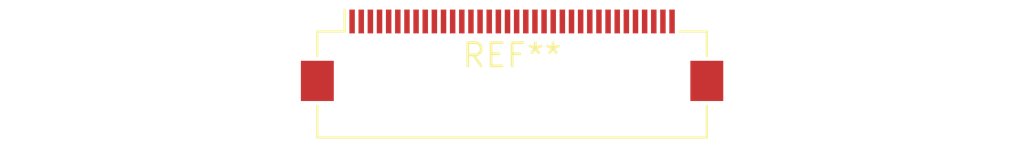
<source format=kicad_pcb>
(kicad_pcb (version 20240108) (generator pcbnew)
  (layers (0 "F.Cu" signal) (31 "B.Cu" signal) (34 "B.Paste" user) (35 "F.Paste" user) (36 "B.SilkS" user "B.Silkscreen") (37 "F.SilkS" user "F.Silkscreen") (38 "B.Mask" user) (39 "F.Mask" user) (44 "Edge.Cuts" user))
  (net 0 "")
  (footprint "Hirose_FH12-36S-0.5SH_1x36-1MP_P0.50mm_Horizontal" (layer "F.Cu") (at 0 0)
    (property "Reference" "REF**")
    (property "Value" "Hirose_FH12-36S-0.5SH_1x36-1MP_P0.50mm_Horizontal")
    (fp_line (start -10.65 -1.3) (end -10.65 0.04) (layer "F.SilkS") (stroke (width 0.12)))
    (fp_line (start -10.65 2.76) (end -10.65 4.5) (layer "F.SilkS") (stroke (width 0.12)))
    (fp_line (start -10.65 4.5) (end 10.65 4.5) (layer "F.SilkS") (stroke (width 0.12)))
    (fp_line (start -9.16 -1.3) (end -10.65 -1.3) (layer "F.SilkS") (stroke (width 0.12)))
    (fp_line (start -9.16 -1.3) (end -9.16 -2.5) (layer "F.SilkS") (stroke (width 0.12)))
    (fp_line (start 9.16 -1.3) (end 10.65 -1.3) (layer "F.SilkS") (stroke (width 0.12)))
    (fp_line (start 10.65 -1.3) (end 10.65 0.04) (layer "F.SilkS") (stroke (width 0.12)))
    (fp_line (start 10.65 4.5) (end 10.65 2.76) (layer "F.SilkS") (stroke (width 0.12)))
    (pad "1" smd rect (at -8.75 -1.85) (size 0.3 1.3) (layers "F.Cu" "F.Paste" "F.Mask"))
    (pad "2" smd rect (at -8.25 -1.85) (size 0.3 1.3) (layers "F.Cu" "F.Paste" "F.Mask"))
    (pad "3" smd rect (at -7.75 -1.85) (size 0.3 1.3) (layers "F.Cu" "F.Paste" "F.Mask"))
    (pad "4" smd rect (at -7.25 -1.85) (size 0.3 1.3) (layers "F.Cu" "F.Paste" "F.Mask"))
    (pad "5" smd rect (at -6.75 -1.85) (size 0.3 1.3) (layers "F.Cu" "F.Paste" "F.Mask"))
    (pad "6" smd rect (at -6.25 -1.85) (size 0.3 1.3) (layers "F.Cu" "F.Paste" "F.Mask"))
    (pad "7" smd rect (at -5.75 -1.85) (size 0.3 1.3) (layers "F.Cu" "F.Paste" "F.Mask"))
    (pad "8" smd rect (at -5.25 -1.85) (size 0.3 1.3) (layers "F.Cu" "F.Paste" "F.Mask"))
    (pad "9" smd rect (at -4.75 -1.85) (size 0.3 1.3) (layers "F.Cu" "F.Paste" "F.Mask"))
    (pad "10" smd rect (at -4.25 -1.85) (size 0.3 1.3) (layers "F.Cu" "F.Paste" "F.Mask"))
    (pad "11" smd rect (at -3.75 -1.85) (size 0.3 1.3) (layers "F.Cu" "F.Paste" "F.Mask"))
    (pad "12" smd rect (at -3.25 -1.85) (size 0.3 1.3) (layers "F.Cu" "F.Paste" "F.Mask"))
    (pad "13" smd rect (at -2.75 -1.85) (size 0.3 1.3) (layers "F.Cu" "F.Paste" "F.Mask"))
    (pad "14" smd rect (at -2.25 -1.85) (size 0.3 1.3) (layers "F.Cu" "F.Paste" "F.Mask"))
    (pad "15" smd rect (at -1.75 -1.85) (size 0.3 1.3) (layers "F.Cu" "F.Paste" "F.Mask"))
    (pad "16" smd rect (at -1.25 -1.85) (size 0.3 1.3) (layers "F.Cu" "F.Paste" "F.Mask"))
    (pad "17" smd rect (at -0.75 -1.85) (size 0.3 1.3) (layers "F.Cu" "F.Paste" "F.Mask"))
    (pad "18" smd rect (at -0.25 -1.85) (size 0.3 1.3) (layers "F.Cu" "F.Paste" "F.Mask"))
    (pad "19" smd rect (at 0.25 -1.85) (size 0.3 1.3) (layers "F.Cu" "F.Paste" "F.Mask"))
    (pad "20" smd rect (at 0.75 -1.85) (size 0.3 1.3) (layers "F.Cu" "F.Paste" "F.Mask"))
    (pad "21" smd rect (at 1.25 -1.85) (size 0.3 1.3) (layers "F.Cu" "F.Paste" "F.Mask"))
    (pad "22" smd rect (at 1.75 -1.85) (size 0.3 1.3) (layers "F.Cu" "F.Paste" "F.Mask"))
    (pad "23" smd rect (at 2.25 -1.85) (size 0.3 1.3) (layers "F.Cu" "F.Paste" "F.Mask"))
    (pad "24" smd rect (at 2.75 -1.85) (size 0.3 1.3) (layers "F.Cu" "F.Paste" "F.Mask"))
    (pad "25" smd rect (at 3.25 -1.85) (size 0.3 1.3) (layers "F.Cu" "F.Paste" "F.Mask"))
    (pad "26" smd rect (at 3.75 -1.85) (size 0.3 1.3) (layers "F.Cu" "F.Paste" "F.Mask"))
    (pad "27" smd rect (at 4.25 -1.85) (size 0.3 1.3) (layers "F.Cu" "F.Paste" "F.Mask"))
    (pad "28" smd rect (at 4.75 -1.85) (size 0.3 1.3) (layers "F.Cu" "F.Paste" "F.Mask"))
    (pad "29" smd rect (at 5.25 -1.85) (size 0.3 1.3) (layers "F.Cu" "F.Paste" "F.Mask"))
    (pad "30" smd rect (at 5.75 -1.85) (size 0.3 1.3) (layers "F.Cu" "F.Paste" "F.Mask"))
    (pad "31" smd rect (at 6.25 -1.85) (size 0.3 1.3) (layers "F.Cu" "F.Paste" "F.Mask"))
    (pad "32" smd rect (at 6.75 -1.85) (size 0.3 1.3) (layers "F.Cu" "F.Paste" "F.Mask"))
    (pad "33" smd rect (at 7.25 -1.85) (size 0.3 1.3) (layers "F.Cu" "F.Paste" "F.Mask"))
    (pad "34" smd rect (at 7.75 -1.85) (size 0.3 1.3) (layers "F.Cu" "F.Paste" "F.Mask"))
    (pad "35" smd rect (at 8.25 -1.85) (size 0.3 1.3) (layers "F.Cu" "F.Paste" "F.Mask"))
    (pad "36" smd rect (at 8.75 -1.85) (size 0.3 1.3) (layers "F.Cu" "F.Paste" "F.Mask"))
    (pad "MP" smd rect (at -10.65 1.4) (size 1.8 2.2) (layers "F.Cu" "F.Paste" "F.Mask"))
    (pad "MP" smd rect (at 10.65 1.4) (size 1.8 2.2) (layers "F.Cu" "F.Paste" "F.Mask"))
  )
)
</source>
